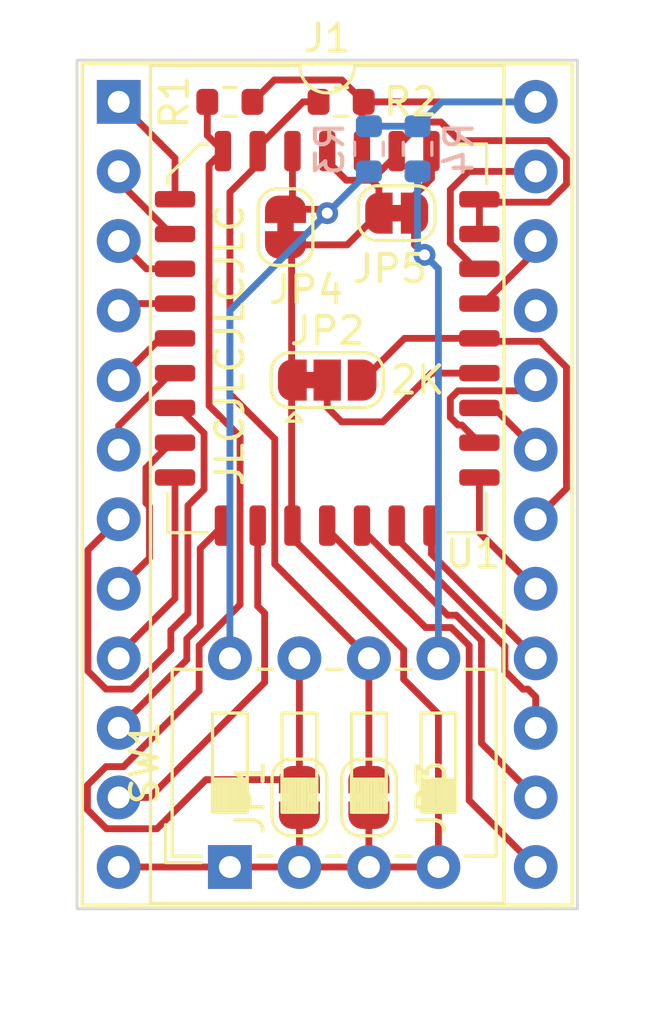
<source format=kicad_pcb>
(kicad_pcb (version 20211014) (generator pcbnew)
  (layers (0 "F.Cu" signal) (31 "B.Cu" signal) (34 "B.Paste" user) (35 "F.Paste" user) (36 "B.SilkS" user "B.Silkscreen") (37 "F.SilkS" user "F.Silkscreen") (38 "B.Mask" user) (39 "F.Mask" user) (44 "Edge.Cuts" user))
  (net 0 "")
  (net 1 "A7")
  (net 2 "A6")
  (net 3 "A5")
  (net 4 "A4")
  (net 5 "A3")
  (net 6 "A2")
  (net 7 "A1")
  (net 8 "A0")
  (net 9 "D0")
  (net 10 "D1")
  (net 11 "D2")
  (net 12 "GND")
  (net 13 "D3")
  (net 14 "D4")
  (net 15 "D5")
  (net 16 "D6")
  (net 17 "D7")
  (net 18 "OE")
  (net 20 "+5V")
  (net 21 "A11")
  (net 22 "CE")
  (net 23 "A10")
  (net 24 "A9")
  (net 25 "A8")
  (net 26 "A12")
  (net 27 "A15")
  (net 28 "A16")
  (net 29 "A17")
  (footprint "Resistor_SMD:R_0603_1608Metric" (layer "F.Cu") (at 47.752 45.212 180)
    (fp_text reference "R1" (at 2.032 0 90) (layer "F.SilkS"))
    (fp_text value "10kOhm")
    (fp_line (start -0.237258 -0.5225) (end 0.237258 -0.5225) (layer "F.SilkS") (width 0.12))
    (fp_line (start -0.237258 0.5225) (end 0.237258 0.5225) (layer "F.SilkS") (width 0.12))
    (pad "1" smd roundrect (at -0.825 0 180) (size 0.8 0.95) (layers "F.Cu" "F.Paste" "F.Mask") (net 20 "+5V"))
    (pad "2" smd roundrect (at 0.825 0 180) (size 0.8 0.95) (layers "F.Cu" "F.Paste" "F.Mask") (net 26 "A12"))
  )
  (footprint "Jumper:SolderJumper-2_P1.3mm_Bridged_RoundedPad1.0x1.5mm" (layer "F.Cu") (at 53.848 49.276)
    (fp_text reference "JP5" (at -0.254 2.032) (layer "F.SilkS"))
    (fp_text value "SolderJumper_2_Open")
    (fp_poly (pts (xy 0.25 -0.3) (xy -0.25 -0.3) (xy -0.25 0.3) (xy 0.25 0.3)) (layer "F.Cu") (width 0) (fill solid))
    (fp_line (start -0.7 -1) (end 0.7 -1) (layer "F.SilkS") (width 0.12))
    (fp_line (start 1.4 -0.3) (end 1.4 0.3) (layer "F.SilkS") (width 0.12))
    (fp_line (start 0.7 1) (end -0.7 1) (layer "F.SilkS") (width 0.12))
    (fp_line (start -1.4 0.3) (end -1.4 -0.3) (layer "F.SilkS") (width 0.12))
    (fp_arc (start 1.4 0.3) (mid 1.194975 0.794975) (end 0.7 1) (layer "F.SilkS") (width 0.12))
    (fp_arc (start -0.7 1) (mid -1.194975 0.794975) (end -1.4 0.3) (layer "F.SilkS") (width 0.12))
    (fp_arc (start 0.7 -1) (mid 1.194975 -0.794975) (end 1.4 -0.3) (layer "F.SilkS") (width 0.12))
    (fp_arc (start -1.4 -0.3) (mid -1.194975 -0.794975) (end -0.7 -1) (layer "F.SilkS") (width 0.12))
    (pad "1" smd custom (at -0.65 0) (size 1 0.5) (layers "F.Cu" "F.Mask") (net 12 "GND") (options (clearance outline) (anchor rect)) (primitives (gr_circle (center 0 0.25) (end 0.5 0.25) (width 0) (fill yes)) (gr_circle (center 0 -0.25) (end 0.5 -0.25) (width 0) (fill yes)) (gr_poly (pts (xy 0.5 0.75) (xy 0 0.75) (xy 0 -0.75) (xy 0.5 -0.75)) (width 0) (fill yes))))
    (pad "2" smd custom (at 0.65 0) (size 1 0.5) (layers "F.Cu" "F.Mask") (net 29 "A17") (options (clearance outline) (anchor rect)) (primitives (gr_circle (center 0 0.25) (end 0.5 0.25) (width 0) (fill yes)) (gr_circle (center 0 -0.25) (end 0.5 -0.25) (width 0) (fill yes)) (gr_poly (pts (xy 0 0.75) (xy -0.5 0.75) (xy -0.5 -0.75) (xy 0 -0.75)) (width 0) (fill yes))))
  )
  (footprint "Jumper:SolderJumper-2_P1.3mm_Bridged_RoundedPad1.0x1.5mm" (layer "F.Cu") (at 52.832 70.612 90)
    (fp_text reference "JP3" (at 0 2.286 90) (layer "F.SilkS"))
    (fp_text value "SolderJumper_2_Open")
    (fp_poly (pts (xy 0.25 -0.3) (xy -0.25 -0.3) (xy -0.25 0.3) (xy 0.25 0.3)) (layer "F.Cu") (width 0) (fill solid))
    (fp_line (start -1.4 0.3) (end -1.4 -0.3) (layer "F.SilkS") (width 0.12))
    (fp_line (start -0.7 -1) (end 0.7 -1) (layer "F.SilkS") (width 0.12))
    (fp_line (start 0.7 1) (end -0.7 1) (layer "F.SilkS") (width 0.12))
    (fp_line (start 1.4 -0.3) (end 1.4 0.3) (layer "F.SilkS") (width 0.12))
    (fp_arc (start 1.4 0.3) (mid 1.194975 0.794975) (end 0.7 1) (layer "F.SilkS") (width 0.12))
    (fp_arc (start -1.4 -0.3) (mid -1.194975 -0.794975) (end -0.7 -1) (layer "F.SilkS") (width 0.12))
    (fp_arc (start 0.7 -1) (mid 1.194975 -0.794975) (end 1.4 -0.3) (layer "F.SilkS") (width 0.12))
    (fp_arc (start -0.7 1) (mid -1.194975 0.794975) (end -1.4 0.3) (layer "F.SilkS") (width 0.12))
    (pad "1" smd custom (at -0.65 0 90) (size 1 0.5) (layers "F.Cu" "F.Mask") (net 12 "GND") (options (clearance outline) (anchor rect)) (primitives (gr_circle (center 0 0.25) (end 0.5 0.25) (width 0) (fill yes)) (gr_circle (center 0 -0.25) (end 0.5 -0.25) (width 0) (fill yes)) (gr_poly (pts (xy 0.5 0.75) (xy 0 0.75) (xy 0 -0.75) (xy 0.5 -0.75)) (width 0) (fill yes))))
    (pad "2" smd custom (at 0.65 0 90) (size 1 0.5) (layers "F.Cu" "F.Mask") (net 27 "A15") (options (clearance outline) (anchor rect)) (primitives (gr_circle (center 0 0.25) (end 0.5 0.25) (width 0) (fill yes)) (gr_circle (center 0 -0.25) (end 0.5 -0.25) (width 0) (fill yes)) (gr_poly (pts (xy 0 0.75) (xy -0.5 0.75) (xy -0.5 -0.75) (xy 0 -0.75)) (width 0) (fill yes))))
  )
  (footprint "Package_LCC:PLCC-32_11.4x14.0mm_P1.27mm" (layer "F.Cu") (at 51.308 53.848)
    (fp_text reference "U1" (at 5.334 7.874) (layer "F.SilkS"))
    (fp_text value "27C040")
    (fp_line (start -5.825 7.095) (end -5.825 5.64) (layer "F.SilkS") (width 0.12))
    (fp_line (start 5.825 -7.095) (end 5.825 -5.64) (layer "F.SilkS") (width 0.12))
    (fp_line (start 4.37 -7.095) (end 5.825 -7.095) (layer "F.SilkS") (width 0.12))
    (fp_line (start -4.37 -7.095) (end -4.652782 -7.095) (layer "F.SilkS") (width 0.12))
    (fp_line (start 5.825 7.095) (end 5.825 5.64) (layer "F.SilkS") (width 0.12))
    (fp_line (start -4.652782 -7.095) (end -5.825 -5.922782) (layer "F.SilkS") (width 0.12))
    (fp_line (start -5.825 -5.922782) (end -5.825 -5.64) (layer "F.SilkS") (width 0.12))
    (fp_line (start 4.37 7.095) (end 5.825 7.095) (layer "F.SilkS") (width 0.12))
    (fp_line (start -4.37 7.095) (end -5.825 7.095) (layer "F.SilkS") (width 0.12))
    (pad "1" smd roundrect (at 0 -6.8375) (size 0.6 1.475) (layers "F.Cu" "F.Paste" "F.Mask") (net 12 "GND"))
    (pad "2" smd roundrect (at -1.27 -6.8375) (size 0.6 1.475) (layers "F.Cu" "F.Paste" "F.Mask") (net 28 "A16"))
    (pad "3" smd roundrect (at -2.54 -6.8375) (size 0.6 1.475) (layers "F.Cu" "F.Paste" "F.Mask") (net 27 "A15"))
    (pad "4" smd roundrect (at -3.81 -6.8375) (size 0.6 1.475) (layers "F.Cu" "F.Paste" "F.Mask") (net 26 "A12"))
    (pad "5" smd roundrect (at -5.5625 -5.08) (size 1.475 0.6) (layers "F.Cu" "F.Paste" "F.Mask") (net 1 "A7"))
    (pad "6" smd roundrect (at -5.5625 -3.81) (size 1.475 0.6) (layers "F.Cu" "F.Paste" "F.Mask") (net 2 "A6"))
    (pad "7" smd roundrect (at -5.5625 -2.54) (size 1.475 0.6) (layers "F.Cu" "F.Paste" "F.Mask") (net 3 "A5"))
    (pad "8" smd roundrect (at -5.5625 -1.27) (size 1.475 0.6) (layers "F.Cu" "F.Paste" "F.Mask") (net 4 "A4"))
    (pad "9" smd roundrect (at -5.5625 0) (size 1.475 0.6) (layers "F.Cu" "F.Paste" "F.Mask") (net 5 "A3"))
    (pad "10" smd roundrect (at -5.5625 1.27) (size 1.475 0.6) (layers "F.Cu" "F.Paste" "F.Mask") (net 6 "A2"))
    (pad "11" smd roundrect (at -5.5625 2.54) (size 1.475 0.6) (layers "F.Cu" "F.Paste" "F.Mask") (net 7 "A1"))
    (pad "12" smd roundrect (at -5.5625 3.81) (size 1.475 0.6) (layers "F.Cu" "F.Paste" "F.Mask") (net 8 "A0"))
    (pad "13" smd roundrect (at -5.5625 5.08) (size 1.475 0.6) (layers "F.Cu" "F.Paste" "F.Mask") (net 9 "D0"))
    (pad "14" smd roundrect (at -3.81 6.8375) (size 0.6 1.475) (layers "F.Cu" "F.Paste" "F.Mask") (net 10 "D1"))
    (pad "15" smd roundrect (at -2.54 6.8375) (size 0.6 1.475) (layers "F.Cu" "F.Paste" "F.Mask") (net 11 "D2"))
    (pad "16" smd roundrect (at -1.27 6.8375) (size 0.6 1.475) (layers "F.Cu" "F.Paste" "F.Mask") (net 12 "GND"))
    (pad "17" smd roundrect (at 0 6.8375) (size 0.6 1.475) (layers "F.Cu" "F.Paste" "F.Mask") (net 13 "D3"))
    (pad "18" smd roundrect (at 1.27 6.8375) (size 0.6 1.475) (layers "F.Cu" "F.Paste" "F.Mask") (net 14 "D4"))
    (pad "19" smd roundrect (at 2.54 6.8375) (size 0.6 1.475) (layers "F.Cu" "F.Paste" "F.Mask") (net 15 "D5"))
    (pad "20" smd roundrect (at 3.81 6.8375) (size 0.6 1.475) (layers "F.Cu" "F.Paste" "F.Mask") (net 16 "D6"))
    (pad "21" smd roundrect (at 5.5625 5.08) (size 1.475 0.6) (layers "F.Cu" "F.Paste" "F.Mask") (net 17 "D7"))
    (pad "22" smd roundrect (at 5.5625 3.81) (size 1.475 0.6) (layers "F.Cu" "F.Paste" "F.Mask") (net 22 "CE"))
    (pad "23" smd roundrect (at 5.5625 2.54) (size 1.475 0.6) (layers "F.Cu" "F.Paste" "F.Mask") (net 23 "A10"))
    (pad "24" smd roundrect (at 5.5625 1.27) (size 1.475 0.6) (layers "F.Cu" "F.Paste" "F.Mask") (net 18 "OE"))
    (pad "25" smd roundrect (at 5.5625 0) (size 1.475 0.6) (layers "F.Cu" "F.Paste" "F.Mask") (net 21 "A11"))
    (pad "26" smd roundrect (at 5.5625 -1.27) (size 1.475 0.6) (layers "F.Cu" "F.Paste" "F.Mask") (net 24 "A9"))
    (pad "27" smd roundrect (at 5.5625 -2.54) (size 1.475 0.6) (layers "F.Cu" "F.Paste" "F.Mask") (net 25 "A8"))
    (pad "28" smd roundrect (at 5.5625 -3.81) (size 1.475 0.6) (layers "F.Cu" "F.Paste" "F.Mask") (net 12 "GND"))
    (pad "29" smd roundrect (at 5.5625 -5.08) (size 1.475 0.6) (layers "F.Cu" "F.Paste" "F.Mask") (net 12 "GND"))
    (pad "30" smd roundrect (at 3.81 -6.8375) (size 0.6 1.475) (layers "F.Cu" "F.Paste" "F.Mask") (net 29 "A17"))
    (pad "31" smd roundrect (at 2.54 -6.8375) (size 0.6 1.475) (layers "F.Cu" "F.Paste" "F.Mask") (net 12 "GND"))
    (pad "32" smd roundrect (at 1.27 -6.8375) (size 0.6 1.475) (layers "F.Cu" "F.Paste" "F.Mask") (net 20 "+5V"))
  )
  (footprint "Button_Switch_THT:SW_DIP_SPSTx04_Slide_6.7x11.72mm_W7.62mm_P2.54mm_LowProfile" (layer "F.Cu") (at 47.752 73.152 90)
    (fp_text reference "SW1" (at 3.81 -3.11 90) (layer "F.SilkS"))
    (fp_text value "SW_DIP_x04")
    (fp_line (start 5.62 4.445) (end 2 4.445) (layer "F.SilkS") (width 0.12))
    (fp_line (start 2 4.685) (end 3.206667 4.685) (layer "F.SilkS") (width 0.12))
    (fp_line (start 0.4 8.61) (end 0.4 9.73) (layer "F.SilkS") (width 0.12))
    (fp_line (start 5.62 0.635) (end 5.62 -0.635) (layer "F.SilkS") (width 0.12))
    (fp_line (start 2 3.105) (end 3.206667 3.105) (layer "F.SilkS") (width 0.12))
    (fp_line (start 7.221 3.53) (end 7.221 4.091) (layer "F.SilkS") (width 0.12))
    (fp_line (start 2 5.165) (end 3.206667 5.165) (layer "F.SilkS") (width 0.12))
    (fp_line (start 5.62 -0.635) (end 2 -0.635) (layer "F.SilkS") (width 0.12))
    (fp_line (start 2 5.525) (end 3.206667 5.525) (layer "F.SilkS") (width 0.12))
    (fp_line (start 2 2.265) (end 3.206667 2.265) (layer "F.SilkS") (width 0.12))
    (fp_line (start 2 1.905) (end 2 3.175) (layer "F.SilkS") (width 0.12))
    (fp_line (start 2 -0.515) (end 3.206667 -0.515) (layer "F.SilkS") (width 0.12))
    (fp_line (start 2 6.985) (end 2 8.255) (layer "F.SilkS") (width 0.12))
    (fp_line (start 7.221 6.07) (end 7.221 6.631) (layer "F.SilkS") (width 0.12))
    (fp_line (start 0.4 -2.11) (end 7.221 -2.11) (layer "F.SilkS") (width 0.12))
    (fp_line (start 3.206667 6.985) (end 3.206667 8.255) (layer "F.SilkS") (width 0.12))
    (fp_line (start 2 2.865) (end 3.206667 2.865) (layer "F.SilkS") (width 0.12))
    (fp_line (start 2 3.175) (end 5.62 3.175) (layer "F.SilkS") (width 0.12))
    (fp_line (start 2 -0.155) (end 3.206667 -0.155) (layer "F.SilkS") (width 0.12))
    (fp_line (start 3.206667 4.445) (end 3.206667 5.715) (layer "F.SilkS") (width 0.12))
    (fp_line (start 0.4 9.73) (end 7.221 9.73) (layer "F.SilkS") (width 0.12))
    (fp_line (start 3.206667 -0.635) (end 3.206667 0.635) (layer "F.SilkS") (width 0.12))
    (fp_line (start 2 2.745) (end 3.206667 2.745) (layer "F.SilkS") (width 0.12))
    (fp_line (start 2 5.405) (end 3.206667 5.405) (layer "F.SilkS") (width 0.12))
    (fp_line (start 2 5.645) (end 3.206667 5.645) (layer "F.SilkS") (width 0.12))
    (fp_line (start 2 0.635) (end 5.62 0.635) (layer "F.SilkS") (width 0.12))
    (fp_line (start 2 -0.035) (end 3.206667 -0.035) (layer "F.SilkS") (width 0.12))
    (fp_line (start 2 7.225) (end 3.206667 7.225) (layer "F.SilkS") (width 0.12))
    (fp_line (start 2 2.025) (end 3.206667 2.025) (layer "F.SilkS") (width 0.12))
    (fp_line (start 2 2.385) (end 3.206667 2.385) (layer "F.SilkS") (width 0.12))
    (fp_line (start 2 8.065) (end 3.206667 8.065) (layer "F.SilkS") (width 0.12))
    (fp_line (start 5.62 1.905) (end 2 1.905) (layer "F.SilkS") (width 0.12))
    (fp_line (start 2 4.565) (end 3.206667 4.565) (layer "F.SilkS") (width 0.12))
    (fp_line (start 3.206667 1.905) (end 3.206667 3.175) (layer "F.SilkS") (width 0.12))
    (fp_line (start 0.4 -2.11) (end 0.4 -1.04) (layer "F.SilkS") (width 0.12))
    (fp_line (start 2 -0.275) (end 3.206667 -0.275) (layer "F.SilkS") (width 0.12))
    (fp_line (start 5.62 3.175) (end 5.62 1.905) (layer "F.SilkS") (width 0.12))
    (fp_line (start 2 8.185) (end 3.206667 8.185) (layer "F.SilkS") (width 0.12))
    (fp_line (start 2 5.045) (end 3.206667 5.045) (layer "F.SilkS") (width 0.12))
    (fp_line (start 2 7.345) (end 3.206667 7.345) (layer "F.SilkS") (width 0.12))
    (fp_line (start 7.221 0.99) (end 7.221 1.551) (layer "F.SilkS") (width 0.12))
    (fp_line (start 0.4 6.07) (end 0.4 6.631) (layer "F.SilkS") (width 0.12))
    (fp_line (start 2 7.705) (end 3.206667 7.705) (layer "F.SilkS") (width 0.12))
    (fp_line (start 5.62 5.715) (end 5.62 4.445) (layer "F.SilkS") (width 0.12))
    (fp_line (start 2 5.715) (end 5.62 5.715) (layer "F.SilkS") (width 0.12))
    (fp_line (start 2 7.105) (end 3.206667 7.105) (layer "F.SilkS") (width 0.12))
    (fp_line (start 2 2.145) (end 3.206667 2.145) (layer "F.SilkS") (width 0.12))
    (fp_line (start 2 -0.635) (end 2 0.635) (layer "F.SilkS") (width 0.12))
    (fp_line (start 0.4 1.04) (end 0.4 1.551) (layer "F.SilkS") (width 0.12))
    (fp_line (start 0.16 -2.35) (end 0.16 -1.04) (layer "F.SilkS") (width 0.12))
    (fp_line (start 0.4 3.53) (end 0.4 4.091) (layer "F.SilkS") (width 0.12))
    (fp_line (start 2 5.285) (end 3.206667 5.285) (layer "F.SilkS") (width 0.12))
    (fp_line (start 2 0.565) (end 3.206667 0.565) (layer "F.SilkS") (width 0.12))
    (fp_line (start 2 7.585) (end 3.206667 7.585) (layer "F.SilkS") (width 0.12))
    (fp_line (start 2 0.325) (end 3.206667 0.325) (layer "F.SilkS") (width 0.12))
    (fp_line (start 5.62 8.255) (end 5.62 6.985) (layer "F.SilkS") (width 0.12))
    (fp_line (start 5.62 6.985) (end 2 6.985) (layer "F.SilkS") (width 0.12))
    (fp_line (start 2 2.625) (end 3.206667 2.625) (layer "F.SilkS") (width 0.12))
    (fp_line (start 7.221 8.61) (end 7.221 9.73) (layer "F.SilkS") (width 0.12))
    (fp_line (start 2 7.945) (end 3.206667 7.945) (layer "F.SilkS") (width 0.12))
    (fp_line (start 2 2.505) (end 3.206667 2.505) (layer "F.SilkS") (width 0.12))
    (fp_line (start 2 7.465) (end 3.206667 7.465) (layer "F.SilkS") (width 0.12))
    (fp_line (start 2 4.445) (end 2 5.715) (layer "F.SilkS") (width 0.12))
    (fp_line (start 7.221 -2.11) (end 7.221 -0.99) (layer "F.SilkS") (width 0.12))
    (fp_line (start 2 2.985) (end 3.206667 2.985) (layer "F.SilkS") (width 0.12))
    (fp_line (start 2 8.255) (end 5.62 8.255) (layer "F.SilkS") (width 0.12))
    (fp_line (start 2 7.825) (end 3.206667 7.825) (layer "F.SilkS") (width 0.12))
    (fp_line (start 2 0.445) (end 3.206667 0.445) (layer "F.SilkS") (width 0.12))
    (fp_line (start 2 4.805) (end 3.206667 4.805) (layer "F.SilkS") (width 0.12))
    (fp_line (start 0.16 -2.35) (end 1.543 -2.35) (layer "F.SilkS") (width 0.12))
    (fp_line (start 2 4.925) (end 3.206667 4.925) (layer "F.SilkS") (width 0.12))
    (fp_line (start 2 0.085) (end 3.206667 0.085) (layer "F.SilkS") (width 0.12))
    (fp_line (start 2 -0.395) (end 3.206667 -0.395) (layer "F.SilkS") (width 0.12))
    (fp_line (start 2 0.205) (end 3.206667 0.205) (layer "F.SilkS") (width 0.12))
    (pad "1" thru_hole rect (at 0 0 90) (size 1.6 1.6) (drill 0.8) (layers *.Cu *.Mask) (net 12 "GND"))
    (pad "2" thru_hole oval (at 0 2.54 90) (size 1.6 1.6) (drill 0.8) (layers *.Cu *.Mask) (net 12 "GND"))
    (pad "3" thru_hole oval (at 0 5.08 90) (size 1.6 1.6) (drill 0.8) (layers *.Cu *.Mask) (net 12 "GND"))
    (pad "4" thru_hole oval (at 0 7.62 90) (size 1.6 1.6) (drill 0.8) (layers *.Cu *.Mask) (net 12 "GND"))
    (pad "5" thru_hole oval (at 7.62 7.62 90) (size 1.6 1.6) (drill 0.8) (layers *.Cu *.Mask) (net 29 "A17"))
    (pad "6" thru_hole oval (at 7.62 5.08 90) (size 1.6 1.6) (drill 0.8) (layers *.Cu *.Mask) (net 27 "A15"))
    (pad "7" thru_hole oval (at 7.62 2.54 90) (size 1.6 1.6) (drill 0.8) (layers *.Cu *.Mask) (net 26 "A12"))
    (pad "8" thru_hole oval (at 7.62 0 90) (size 1.6 1.6) (drill 0.8) (layers *.Cu *.Mask) (net 28 "A16"))
  )
  (footprint "Jumper:SolderJumper-2_P1.3mm_Bridged_RoundedPad1.0x1.5mm" (layer "F.Cu") (at 50.292 70.612 90)
    (fp_text reference "JP1" (at 0 -1.8 90) (layer "F.SilkS"))
    (fp_text value "SolderJumper_2_Open")
    (fp_poly (pts (xy 0.25 -0.3) (xy -0.25 -0.3) (xy -0.25 0.3) (xy 0.25 0.3)) (layer "F.Cu") (width 0) (fill solid))
    (fp_line (start -0.7 -1) (end 0.7 -1) (layer "F.SilkS") (width 0.12))
    (fp_line (start 1.4 -0.3) (end 1.4 0.3) (layer "F.SilkS") (width 0.12))
    (fp_line (start -1.4 0.3) (end -1.4 -0.3) (layer "F.SilkS") (width 0.12))
    (fp_line (start 0.7 1) (end -0.7 1) (layer "F.SilkS") (width 0.12))
    (fp_arc (start -1.4 -0.3) (mid -1.194975 -0.794975) (end -0.7 -1) (layer "F.SilkS") (width 0.12))
    (fp_arc (start 1.4 0.3) (mid 1.194975 0.794975) (end 0.7 1) (layer "F.SilkS") (width 0.12))
    (fp_arc (start 0.7 -1) (mid 1.194975 -0.794975) (end 1.4 -0.3) (layer "F.SilkS") (width 0.12))
    (fp_arc (start -0.7 1) (mid -1.194975 0.794975) (end -1.4 0.3) (layer "F.SilkS") (width 0.12))
    (pad "1" smd custom (at -0.65 0 90) (size 1 0.5) (layers "F.Cu" "F.Mask") (net 12 "GND") (options (clearance outline) (anchor rect)) (primitives (gr_circle (center 0 0.25) (end 0.5 0.25) (width 0) (fill yes)) (gr_circle (center 0 -0.25) (end 0.5 -0.25) (width 0) (fill yes)) (gr_poly (pts (xy 0.5 0.75) (xy 0 0.75) (xy 0 -0.75) (xy 0.5 -0.75)) (width 0) (fill yes))))
    (pad "2" smd custom (at 0.65 0 90) (size 1 0.5) (layers "F.Cu" "F.Mask") (net 26 "A12") (options (clearance outline) (anchor rect)) (primitives (gr_circle (center 0 0.25) (end 0.5 0.25) (width 0) (fill yes)) (gr_circle (center 0 -0.25) (end 0.5 -0.25) (width 0) (fill yes)) (gr_poly (pts (xy 0 0.75) (xy -0.5 0.75) (xy -0.5 -0.75) (xy 0 -0.75)) (width 0) (fill yes))))
  )
  (footprint "Jumper:SolderJumper-2_P1.3mm_Bridged_RoundedPad1.0x1.5mm" (layer "F.Cu") (at 49.784 49.784 90)
    (fp_text reference "JP4" (at -2.286 0.762 180) (layer "F.SilkS"))
    (fp_text value "SolderJumper_2_Open")
    (fp_poly (pts (xy 0.25 -0.3) (xy -0.25 -0.3) (xy -0.25 0.3) (xy 0.25 0.3)) (layer "F.Cu") (width 0) (fill solid))
    (fp_line (start 0.7 1) (end -0.7 1) (layer "F.SilkS") (width 0.12))
    (fp_line (start 1.4 -0.3) (end 1.4 0.3) (layer "F.SilkS") (width 0.12))
    (fp_line (start -1.4 0.3) (end -1.4 -0.3) (layer "F.SilkS") (width 0.12))
    (fp_line (start -0.7 -1) (end 0.7 -1) (layer "F.SilkS") (width 0.12))
    (fp_arc (start 1.4 0.3) (mid 1.194975 0.794975) (end 0.7 1) (layer "F.SilkS") (width 0.12))
    (fp_arc (start -1.4 -0.3) (mid -1.194975 -0.794975) (end -0.7 -1) (layer "F.SilkS") (width 0.12))
    (fp_arc (start -0.7 1) (mid -1.194975 0.794975) (end -1.4 0.3) (layer "F.SilkS") (width 0.12))
    (fp_arc (start 0.7 -1) (mid 1.194975 -0.794975) (end 1.4 -0.3) (layer "F.SilkS") (width 0.12))
    (pad "1" smd custom (at -0.65 0 90) (size 1 0.5) (layers "F.Cu" "F.Mask") (net 12 "GND") (options (clearance outline) (anchor rect)) (primitives (gr_circle (center 0 0.25) (end 0.5 0.25) (width 0) (fill yes)) (gr_circle (center 0 -0.25) (end 0.5 -0.25) (width 0) (fill yes)) (gr_poly (pts (xy 0.5 0.75) (xy 0 0.75) (xy 0 -0.75) (xy 0.5 -0.75)) (width 0) (fill yes))))
    (pad "2" smd custom (at 0.65 0 90) (size 1 0.5) (layers "F.Cu" "F.Mask") (net 28 "A16") (options (clearance outline) (anchor rect)) (primitives (gr_circle (center 0 0.25) (end 0.5 0.25) (width 0) (fill yes)) (gr_circle (center 0 -0.25) (end 0.5 -0.25) (width 0) (fill yes)) (gr_poly (pts (xy 0 0.75) (xy -0.5 0.75) (xy -0.5 -0.75) (xy 0 -0.75)) (width 0) (fill yes))))
  )
  (footprint "Jumper:SolderJumper-3_P1.3mm_Bridged12_RoundedPad1.0x1.5mm" (layer "F.Cu") (at 51.308 55.372)
    (fp_text reference "JP2" (at 0 -1.8) (layer "F.SilkS"))
    (fp_text value "SolderJumper_3_Open")
    (fp_poly (pts (xy -0.9 -0.3) (xy -0.4 -0.3) (xy -0.4 0.3) (xy -0.9 0.3)) (layer "F.Cu") (width 0) (fill solid))
    (fp_line (start -1.2 1.2) (end -1.5 1.5) (layer "F.SilkS") (width 0.12))
    (fp_line (start 2.05 -0.3) (end 2.05 0.3) (layer "F.SilkS") (width 0.12))
    (fp_line (start -1.2 1.2) (end -0.9 1.5) (layer "F.SilkS") (width 0.12))
    (fp_line (start -2.05 0.3) (end -2.05 -0.3) (layer "F.SilkS") (width 0.12))
    (fp_line (start -1.4 -1) (end 1.4 -1) (layer "F.SilkS") (width 0.12))
    (fp_line (start 1.4 1) (end -1.4 1) (layer "F.SilkS") (width 0.12))
    (fp_line (start -1.5 1.5) (end -0.9 1.5) (layer "F.SilkS") (width 0.12))
    (fp_arc (start 1.35 -1) (mid 1.844975 -0.794975) (end 2.05 -0.3) (layer "F.SilkS") (width 0.12))
    (fp_arc (start -2.05 -0.3) (mid -1.844975 -0.794975) (end -1.35 -1) (layer "F.SilkS") (width 0.12))
    (fp_arc (start 2.05 0.3) (mid 1.844975 0.794975) (end 1.35 1) (layer "F.SilkS") (width 0.12))
    (fp_arc (start -1.35 1) (mid -1.844975 0.794975) (end -2.05 0.3) (layer "F.SilkS") (width 0.12))
    (pad "1" smd custom (at -1.3 0) (size 1 0.5) (layers "F.Cu" "F.Mask") (net 12 "GND") (options (clearance outline) (anchor rect)) (primitives (gr_circle (center 0 0.25) (end 0.5 0.25) (width 0) (fill yes)) (gr_circle (center 0 -0.25) (end 0.5 -0.25) (width 0) (fill yes)) (gr_poly (pts (xy 0.55 0.75) (xy 0 0.75) (xy 0 -0.75) (xy 0.55 -0.75)) (width 0) (fill yes))))
    (pad "2" smd rect (at 0 0) (size 1 1.5) (layers "F.Cu" "F.Mask") (net 18 "OE"))
    (pad "3" smd custom (at 1.3 0) (size 1 0.5) (layers "F.Cu" "F.Mask") (net 21 "A11") (options (clearance outline) (anchor rect)) (primitives (gr_circle (center 0 0.25) (end 0.5 0.25) (width 0) (fill yes)) (gr_circle (center 0 -0.25) (end 0.5 -0.25) (width 0) (fill yes)) (gr_poly (pts (xy 0 0.75) (xy -0.55 0.75) (xy -0.55 -0.75) (xy 0 -0.75)) (width 0) (fill yes))))
  )
  (footprint "s3lph:DIP-24_W15.24mm_Socket" (layer "F.Cu") (at 43.688 45.212)
    (fp_text reference "J1" (at 7.62 -2.33) (layer "F.SilkS"))
    (fp_text value "Conn_02x12_Counter_Clockwise")
    (fp_line (start 14.08 29.27) (end 14.08 -1.33) (layer "F.SilkS") (width 0.12))
    (fp_line (start 1.16 -1.33) (end 1.16 29.27) (layer "F.SilkS") (width 0.12))
    (fp_line (start 14.08 -1.33) (end 8.62 -1.33) (layer "F.SilkS") (width 0.12))
    (fp_line (start -1.33 -1.39) (end -1.33 29.33) (layer "F.SilkS") (width 0.12))
    (fp_line (start 1.16 29.27) (end 14.08 29.27) (layer "F.SilkS") (width 0.12))
    (fp_line (start -1.33 29.33) (end 16.57 29.33) (layer "F.SilkS") (width 0.12))
    (fp_line (start 16.57 -1.39) (end -1.33 -1.39) (layer "F.SilkS") (width 0.12))
    (fp_line (start 16.57 29.33) (end 16.57 -1.39) (layer "F.SilkS") (width 0.12))
    (fp_line (start 6.62 -1.33) (end 1.16 -1.33) (layer "F.SilkS") (width 0.12))
    (fp_arc (start 8.62 -1.33) (mid 7.62 -0.33) (end 6.62 -1.33) (layer "F.SilkS") (width 0.12))
    (pad "1" thru_hole rect (at 0 0) (size 1.6 1.6) (drill 0.8) (layers *.Cu *.Mask) (net 1 "A7"))
    (pad "2" thru_hole oval (at 0 2.54) (size 1.6 1.6) (drill 0.8) (layers *.Cu *.Mask) (net 2 "A6"))
    (pad "3" thru_hole oval (at 0 5.08) (size 1.6 1.6) (drill 0.8) (layers *.Cu *.Mask) (net 3 "A5"))
    (pad "4" thru_hole oval (at 0 7.62) (size 1.6 1.6) (drill 0.8) (layers *.Cu *.Mask) (net 4 "A4"))
    (pad "5" thru_hole oval (at 0 10.16) (size 1.6 1.6) (drill 0.8) (layers *.Cu *.Mask) (net 5 "A3"))
    (pad "6" thru_hole oval (at 0 12.7) (size 1.6 1.6) (drill 0.8) (layers *.Cu *.Mask) (net 6 "A2"))
    (pad "7" thru_hole oval (at 0 15.24) (size 1.6 1.6) (drill 0.8) (layers *.Cu *.Mask) (net 7 "A1"))
    (pad "8" thru_hole oval (at 0 17.78) (size 1.6 1.6) (drill 0.8) (layers *.Cu *.Mask) (net 8 "A0"))
    (pad "9" thru_hole oval (at 0 20.32) (size 1.6 1.6) (drill 0.8) (layers *.Cu *.Mask) (net 9 "D0"))
    (pad "10" thru_hole oval (at 0 22.86) (size 1.6 1.6) (drill 0.8) (layers *.Cu *.Mask) (net 10 "D1"))
    (pad "11" thru_hole oval (at 0 25.4) (size 1.6 1.6) (drill 0.8) (layers *.Cu *.Mask) (net 11 "D2"))
    (pad "12" thru_hole oval (at 0 27.94) (size 1.6 1.6) (drill 0.8) (layers *.Cu *.Mask) (net 12 "GND"))
    (pad "13" thru_hole oval (at 15.24 27.94) (size 1.6 1.6) (drill 0.8) (layers *.Cu *.Mask) (net 13 "D3"))
    (pad "14" thru_hole oval (at 15.24 25.4) (size 1.6 1.6) (drill 0.8) (layers *.Cu *.Mask) (net 14 "D4"))
    (pad "15" thru_hole oval (at 15.24 22.86) (size 1.6 1.6) (drill 0.8) (layers *.Cu *.Mask) (net 15 "D5"))
    (pad "16" thru_hole oval (at 15.24 20.32) (size 1.6 1.6) (drill 0.8) (layers *.Cu *.Mask) (net 16 "D6"))
    (pad "17" thru_hole oval (at 15.24 17.78) (size 1.6 1.6) (drill 0.8) (layers *.Cu *.Mask) (net 17 "D7"))
    (pad "18" thru_hole oval (at 15.24 15.24) (size 1.6 1.6) (drill 0.8) (layers *.Cu *.Mask) (net 21 "A11"))
    (pad "19" thru_hole oval (at 15.24 12.7) (size 1.6 1.6) (drill 0.8) (layers *.Cu *.Mask) (net 23 "A10"))
    (pad "20" thru_hole oval (at 15.24 10.16) (size 1.6 1.6) (drill 0.8) (layers *.Cu *.Mask) (net 22 "CE"))
    (pad "21" thru_hole oval (at 15.24 7.62) (size 1.6 1.6) (drill 0.8) (layers *.Cu *.Mask))
    (pad "22" thru_hole oval (at 15.24 5.08) (size 1.6 1.6) (drill 0.8) (layers *.Cu *.Mask) (net 24 "A9"))
    (pad "23" thru_hole oval (at 15.24 2.54) (size 1.6 1.6) (drill 0.8) (layers *.Cu *.Mask) (net 25 "A8"))
    (pad "24" thru_hole oval (at 15.24 0) (size 1.6 1.6) (drill 0.8) (layers *.Cu *.Mask) (net 20 "+5V"))
  )
  (footprint "Resistor_SMD:R_0603_1608Metric" (layer "F.Cu") (at 51.816 45.212 180)
    (fp_text reference "R2" (at -2.54 0 180) (layer "F.SilkS"))
    (fp_text value "10kOhm")
    (fp_line (start -0.237258 0.5225) (end 0.237258 0.5225) (layer "F.SilkS") (width 0.12))
    (fp_line (start -0.237258 -0.5225) (end 0.237258 -0.5225) (layer "F.SilkS") (width 0.12))
    (pad "1" smd roundrect (at -0.825 0 180) (size 0.8 0.95) (layers "F.Cu" "F.Paste" "F.Mask") (net 20 "+5V"))
    (pad "2" smd roundrect (at 0.825 0 180) (size 0.8 0.95) (layers "F.Cu" "F.Paste" "F.Mask") (net 27 "A15"))
  )
  (footprint "Resistor_SMD:R_0603_1608Metric" (layer "B.Cu") (at 52.832 46.927 -90)
    (fp_text reference "R3" (at 0 1.43 90) (layer "B.SilkS") (effects (justify mirror)))
    (fp_text value "10kOhm")
    (fp_line (start -0.237258 -0.5225) (end 0.237258 -0.5225) (layer "B.SilkS") (width 0.12))
    (fp_line (start -0.237258 0.5225) (end 0.237258 0.5225) (layer "B.SilkS") (width 0.12))
    (pad "1" smd roundrect (at -0.825 0 270) (size 0.8 0.95) (layers "B.Cu" "B.Paste" "B.Mask") (net 20 "+5V"))
    (pad "2" smd roundrect (at 0.825 0 270) (size 0.8 0.95) (layers "B.Cu" "B.Paste" "B.Mask") (net 28 "A16"))
  )
  (footprint "Resistor_SMD:R_0603_1608Metric" (layer "B.Cu") (at 54.61 46.927 -90)
    (fp_text reference "R4" (at 0 -1.524 90) (layer "B.SilkS") (effects (justify mirror)))
    (fp_text value "10kOhm")
    (fp_line (start -0.237258 -0.5225) (end 0.237258 -0.5225) (layer "B.SilkS") (width 0.12))
    (fp_line (start -0.237258 0.5225) (end 0.237258 0.5225) (layer "B.SilkS") (width 0.12))
    (pad "1" smd roundrect (at -0.825 0 270) (size 0.8 0.95) (layers "B.Cu" "B.Paste" "B.Mask") (net 20 "+5V"))
    (pad "2" smd roundrect (at 0.825 0 270) (size 0.8 0.95) (layers "B.Cu" "B.Paste" "B.Mask") (net 29 "A17"))
  )
  (gr_rect (start 60.452 43.688) (end 42.164 74.676) (layer "Edge.Cuts") (width 0.1) (fill none))
  (gr_text "JLCJLCJLCJLC" (at 47.752 54.102 90) (layer "F.SilkS") (effects (font (size 1 1))))
  (gr_text "2K" (at 54.61 55.372) (layer "F.SilkS") (effects (font (size 1 1))))
  (segment (start 45.7455 48.768) (end 45.7455 47.2695) (width 0.25) (layer "F.Cu") (net 1))
  (segment (start 45.7455 47.2695) (end 43.688 45.212) (width 0.25) (layer "F.Cu") (net 1))
  (segment (start 45.606928 50.038) (end 43.688 48.119072) (width 0.25) (layer "F.Cu") (net 2))
  (segment (start 43.688 48.119072) (end 43.688 47.752) (width 0.25) (layer "F.Cu") (net 2))
  (segment (start 45.7455 50.038) (end 45.606928 50.038) (width 0.25) (layer "F.Cu") (net 2))
  (segment (start 45.7455 51.308) (end 44.704 51.308) (width 0.25) (layer "F.Cu") (net 3))
  (segment (start 44.704 51.308) (end 43.688 50.292) (width 0.25) (layer "F.Cu") (net 3))
  (segment (start 45.7455 52.578) (end 43.942 52.578) (width 0.25) (layer "F.Cu") (net 4))
  (segment (start 43.942 52.578) (end 43.688 52.832) (width 0.25) (layer "F.Cu") (net 4))
  (segment (start 45.7455 53.848) (end 45.212 53.848) (width 0.25) (layer "F.Cu") (net 5))
  (segment (start 45.212 53.848) (end 43.688 55.372) (width 0.25) (layer "F.Cu") (net 5))
  (segment (start 43.688 57.036928) (end 43.688 57.912) (width 0.25) (layer "F.Cu") (net 6))
  (segment (start 45.606928 55.118) (end 43.688 57.036928) (width 0.25) (layer "F.Cu") (net 6))
  (segment (start 45.7455 55.118) (end 45.606928 55.118) (width 0.25) (layer "F.Cu") (net 6))
  (segment (start 45.884072 56.388) (end 46.80752 57.311448) (width 0.25) (layer "F.Cu") (net 7))
  (segment (start 45.7455 56.388) (end 45.884072 56.388) (width 0.25) (layer "F.Cu") (net 7))
  (segment (start 46.80752 57.311448) (end 46.80752 59.36448) (width 0.25) (layer "F.Cu") (net 7))
  (segment (start 43.688 60.452) (end 42.563489 61.576511) (width 0.25) (layer "F.Cu") (net 7))
  (segment (start 46.80752 59.36448) (end 46.217979 59.954021) (width 0.25) (layer "F.Cu") (net 7))
  (segment (start 46.217979 63.890389) (end 45.602244 64.506124) (width 0.25) (layer "F.Cu") (net 7))
  (segment (start 44.153789 66.656511) (end 45.593 65.2173) (width 0.25) (layer "F.Cu") (net 7))
  (segment (start 45.593 65.2173) (end 45.593 64.506124) (width 0.25) (layer "F.Cu") (net 7))
  (segment (start 42.563489 65.997789) (end 43.222211 66.656511) (width 0.25) (layer "F.Cu") (net 7))
  (segment (start 43.222211 66.656511) (end 44.153789 66.656511) (width 0.25) (layer "F.Cu") (net 7))
  (segment (start 46.217979 59.954021) (end 46.217979 63.890389) (width 0.25) (layer "F.Cu") (net 7))
  (segment (start 42.563489 61.576511) (end 42.563489 65.997789) (width 0.25) (layer "F.Cu") (net 7))
  (segment (start 44.812511 59.986211) (end 44.812511 61.867489) (width 0.25) (layer "F.Cu") (net 8))
  (segment (start 45.606928 57.658) (end 44.68348 58.581448) (width 0.25) (layer "F.Cu") (net 8))
  (segment (start 44.68348 58.581448) (end 44.68348 59.85718) (width 0.25) (layer "F.Cu") (net 8))
  (segment (start 44.68348 59.85718) (end 44.812511 59.986211) (width 0.25) (layer "F.Cu") (net 8))
  (segment (start 44.812511 61.867489) (end 43.688 62.992) (width 0.25) (layer "F.Cu") (net 8))
  (segment (start 45.7455 57.658) (end 45.606928 57.658) (width 0.25) (layer "F.Cu") (net 8))
  (segment (start 45.7455 58.928) (end 45.7455 63.346796) (width 0.25) (layer "F.Cu") (net 9))
  (segment (start 43.688 65.404296) (end 43.688 65.532) (width 0.25) (layer "F.Cu") (net 9))
  (segment (start 45.7455 63.346796) (end 43.688 65.404296) (width 0.25) (layer "F.Cu") (net 9))
  (segment (start 47.498 60.6855) (end 46.66749 61.51601) (width 0.25) (layer "F.Cu") (net 10))
  (segment (start 46.177979 64.819317) (end 46.66749 64.329806) (width 0.25) (layer "F.Cu") (net 10))
  (segment (start 46.177979 65.582021) (end 46.177979 64.819317) (width 0.25) (layer "F.Cu") (net 10))
  (segment (start 46.66749 61.51601) (end 46.66749 64.329806) (width 0.25) (layer "F.Cu") (net 10))
  (segment (start 46.177979 65.582021) (end 43.688 68.072) (width 0.25) (layer "F.Cu") (net 10))
  (segment (start 43.688 70.612) (end 44.81937 70.612) (width 0.25) (layer "F.Cu") (net 11))
  (segment (start 49.022 63.881) (end 48.768 63.627) (width 0.25) (layer "F.Cu") (net 11))
  (segment (start 49.022 66.40937) (end 49.022 63.881) (width 0.25) (layer "F.Cu") (net 11))
  (segment (start 48.768 60.6855) (end 48.768 63.627) (width 0.25) (layer "F.Cu") (net 11))
  (segment (start 44.81937 70.612) (end 49.022 66.40937) (width 0.25) (layer "F.Cu") (net 11))
  (segment (start 51.308 47.0105) (end 51.308 47.37704) (width 0.25) (layer "F.Cu") (net 12))
  (segment (start 52.924552 48.07252) (end 52.00348 48.07252) (width 0.25) (layer "F.Cu") (net 12))
  (segment (start 50.008 55.372) (end 50.008 50.658) (width 0.25) (layer "F.Cu") (net 12))
  (segment (start 43.688 73.152) (end 47.752 73.152) (width 0.25) (layer "F.Cu") (net 12))
  (segment (start 47.752 73.152) (end 50.292 73.152) (width 0.25) (layer "F.Cu") (net 12))
  (segment (start 54.102 66.294) (end 54.102 65.278) (width 0.25) (layer "F.Cu") (net 12))
  (segment (start 50.008 55.372) (end 50.008 60.6555) (width 0.25) (layer "F.Cu") (net 12))
  (segment (start 56.979011 48.876511) (end 56.8705 48.768) (width 0.25) (layer "F.Cu") (net 12))
  (segment (start 60.052511 48.217789) (end 59.393789 48.876511) (width 0.25) (layer "F.Cu") (net 12))
  (segment (start 53.848 47.0105) (end 53.848 46.871928) (width 0.25) (layer "F.Cu") (net 12))
  (segment (start 55.372 73.152) (end 52.832 73.152) (width 0.25) (layer "F.Cu") (net 12))
  (segment (start 60.052511 47.286211) (end 60.052511 48.217789) (width 0.25) (layer "F.Cu") (net 12))
  (segment (start 59.393789 46.627489) (end 60.052511 47.286211) (width 0.25) (layer "F.Cu") (net 12))
  (segment (start 56.143561 46.627489) (end 59.393789 46.627489) (width 0.25) (layer "F.Cu") (net 12))
  (segment (start 50.292 73.152) (end 50.292 71.262) (width 0.25) (layer "F.Cu") (net 12))
  (segment (start 54.102 65.2117) (end 50.038 61.1477) (width 0.25) (layer "F.Cu") (net 12))
  (segment (start 55.372 73.152) (end 55.372 67.564) (width 0.25) (layer "F.Cu") (net 12))
  (segment (start 56.8705 50.038) (end 56.8705 48.768) (width 0.25) (layer "F.Cu") (net 12))
  (segment (start 50.008 60.6555) (end 50.038 60.6855) (width 0.25) (layer "F.Cu") (net 12))
  (segment (start 53.198 48.345968) (end 52.924552 48.07252) (width 0.25) (layer "F.Cu") (net 12))
  (segment (start 59.393789 48.876511) (end 56.979011 48.876511) (width 0.25) (layer "F.Cu") (net 12))
  (segment (start 53.848 47.0105) (end 53.848 47.149072) (width 0.25) (layer "F.Cu") (net 12))
  (segment (start 55.464552 45.94848) (end 56.143561 46.627489) (width 0.25) (layer "F.Cu") (net 12))
  (segment (start 55.372 67.564) (end 54.102 66.294) (width 0.25) (layer "F.Cu") (net 12))
  (segment (start 50.008 50.658) (end 49.784 50.434) (width 0.25) (layer "F.Cu") (net 12))
  (segment (start 52.832 73.152) (end 50.292 73.152) (width 0.25) (layer "F.Cu") (net 12))
  (segment (start 49.784 50.434) (end 52.04 50.434) (width 0.25) (layer "F.Cu") (net 12))
  (segment (start 54.102 65.278) (end 54.102 65.2117) (width 0.25) (layer "F.Cu") (net 12))
  (segment (start 52.04 50.434) (end 53.198 49.276) (width 0.25) (layer "F.Cu") (net 12))
  (segment (start 51.308 47.37704) (end 52.00348 48.07252) (width 0.25) (layer "F.Cu") (net 12))
  (segment (start 53.198 49.276) (end 53.198 48.345968) (width 0.25) (layer "F.Cu") (net 12))
  (segment (start 54.771448 45.94848) (end 55.464552 45.94848) (width 0.25) (layer "F.Cu") (net 12))
  (segment (start 53.848 46.871928) (end 54.771448 45.94848) (width 0.25) (layer "F.Cu") (net 12))
  (segment (start 50.038 61.1477) (end 50.038 60.6855) (width 0.25) (layer "F.Cu") (net 12))
  (segment (start 53.848 47.149072) (end 52.924552 48.07252) (width 0.25) (layer "F.Cu") (net 12))
  (segment (start 52.832 73.152) (end 52.832 71.262) (width 0.25) (layer "F.Cu") (net 12))
  (segment (start 55.837789 64.407489) (end 54.906211 64.407489) (width 0.25) (layer "F.Cu") (net 13))
  (segment (start 54.247489 63.763561) (end 51.308 60.824072) (width 0.25) (layer "F.Cu") (net 13))
  (segment (start 51.308 60.824072) (end 51.308 60.6855) (width 0.25) (layer "F.Cu") (net 13))
  (segment (start 56.496511 70.720511) (end 56.496511 65.066211) (width 0.25) (layer "F.Cu") (net 13))
  (segment (start 54.262283 63.763561) (end 54.247489 63.763561) (width 0.25) (layer "F.Cu") (net 13))
  (segment (start 56.496511 65.066211) (end 55.837789 64.407489) (width 0.25) (layer "F.Cu") (net 13))
  (segment (start 54.906211 64.407489) (end 54.262283 63.763561) (width 0.25) (layer "F.Cu") (net 13))
  (segment (start 58.928 73.152) (end 56.496511 70.720511) (width 0.25) (layer "F.Cu") (net 13))
  (segment (start 58.928 70.612) (end 56.946022 68.630022) (width 0.25) (layer "F.Cu") (net 14))
  (segment (start 56.946021 64.880017) (end 56.023982 63.957978) (width 0.25) (layer "F.Cu") (net 14))
  (segment (start 56.023982 63.957978) (end 55.711906 63.957978) (width 0.25) (layer "F.Cu") (net 14))
  (segment (start 56.946022 68.630022) (end 56.946021 64.880017) (width 0.25) (layer "F.Cu") (net 14))
  (segment (start 52.578 60.824072) (end 52.578 60.6855) (width 0.25) (layer "F.Cu") (net 14))
  (segment (start 55.711906 63.957978) (end 52.578 60.824072) (width 0.25) (layer "F.Cu") (net 14))
  (segment (start 58.643881 66.656511) (end 58.462211 66.656511) (width 0.25) (layer "F.Cu") (net 15))
  (segment (start 53.848 61.146294) (end 53.848 60.6855) (width 0.25) (layer "F.Cu") (net 15))
  (segment (start 58.462211 66.656511) (end 57.803489 65.997789) (width 0.25) (layer "F.Cu") (net 15))
  (segment (start 57.803489 65.101783) (end 53.848 61.146294) (width 0.25) (layer "F.Cu") (net 15))
  (segment (start 57.803489 65.997789) (end 57.803489 65.101783) (width 0.25) (layer "F.Cu") (net 15))
  (segment (start 58.928 66.94063) (end 58.643881 66.656511) (width 0.25) (layer "F.Cu") (net 15))
  (segment (start 58.928 68.072) (end 58.928 66.94063) (width 0.25) (layer "F.Cu") (net 15))
  (segment (start 55.118 61.722) (end 55.118 60.6855) (width 0.25) (layer "F.Cu") (net 16))
  (segment (start 58.928 65.532) (end 55.118 61.722) (width 0.25) (layer "F.Cu") (net 16))
  (segment (start 56.8705 60.9345) (end 56.8705 58.928) (width 0.25) (layer "F.Cu") (net 17))
  (segment (start 58.928 62.992) (end 56.8705 60.9345) (width 0.25) (layer "F.Cu") (net 17))
  (segment (start 55.118 55.118) (end 56.8705 55.118) (width 0.25) (layer "F.Cu") (net 18))
  (segment (start 53.34 56.896) (end 55.118 55.118) (width 0.25) (layer "F.Cu") (net 18))
  (segment (start 51.832 56.896) (end 53.34 56.896) (width 0.25) (layer "F.Cu") (net 18))
  (segment (start 51.308 55.372) (end 51.308 56.372) (width 0.25) (layer "F.Cu") (net 18))
  (segment (start 51.308 56.372) (end 51.832 56.896) (width 0.25) (layer "F.Cu") (net 18))
  (segment (start 52.578 47.0105) (end 52.578 45.275) (width 0.25) (layer "F.Cu") (net 20))
  (segment (start 52.641 45.212) (end 51.84148 44.41248) (width 0.25) (layer "F.Cu") (net 20))
  (segment (start 58.928 45.212) (end 52.641 45.212) (width 0.25) (layer "F.Cu") (net 20))
  (segment (start 52.578 45.275) (end 52.641 45.212) (width 0.25) (layer "F.Cu") (net 20))
  (segment (start 49.37652 44.41248) (end 48.577 45.212) (width 0.25) (layer "F.Cu") (net 20))
  (segment (start 51.84148 44.41248) (end 49.37652 44.41248) (width 0.25) (layer "F.Cu") (net 20))
  (segment (start 55.5 45.212) (end 54.61 46.102) (width 0.25) (layer "B.Cu") (net 20))
  (segment (start 58.928 45.212) (end 55.5 45.212) (width 0.25) (layer "B.Cu") (net 20))
  (segment (start 54.61 46.102) (end 52.832 46.102) (width 0.25) (layer "B.Cu") (net 20))
  (segment (start 59.102811 53.956511) (end 56.979011 53.956511) (width 0.25) (layer "F.Cu") (net 21))
  (segment (start 56.979011 53.956511) (end 56.8705 53.848) (width 0.25) (layer "F.Cu") (net 21))
  (segment (start 60.052511 54.906211) (end 59.102811 53.956511) (width 0.25) (layer "F.Cu") (net 21))
  (segment (start 56.767 53.7445) (end 56.8705 53.848) (width 0.25) (layer "F.Cu") (net 21))
  (segment (start 60.052511 59.327489) (end 60.052511 54.906211) (width 0.25) (layer "F.Cu") (net 21))
  (segment (start 56.8705 53.848) (end 54.132 53.848) (width 0.25) (layer "F.Cu") (net 21))
  (segment (start 58.928 60.452) (end 60.052511 59.327489) (width 0.25) (layer "F.Cu") (net 21))
  (segment (start 54.132 53.848) (end 52.608 55.372) (width 0.25) (layer "F.Cu") (net 21))
  (segment (start 56.22502 57.01252) (end 56.8705 57.658) (width 0.25) (layer "F.Cu") (net 22))
  (segment (start 56.086448 55.76348) (end 55.80848 56.041448) (width 0.25) (layer "F.Cu") (net 22))
  (segment (start 55.80848 56.041448) (end 55.80848 56.734552) (width 0.25) (layer "F.Cu") (net 22))
  (segment (start 58.928 55.372) (end 58.53652 55.76348) (width 0.25) (layer "F.Cu") (net 22))
  (segment (start 55.80848 56.734552) (end 56.086448 57.01252) (width 0.25) (layer "F.Cu") (net 22))
  (segment (start 58.928 55.739072) (end 58.928 55.372) (width 0.25) (layer "F.Cu") (net 22))
  (segment (start 58.53652 55.76348) (end 56.086448 55.76348) (width 0.25) (layer "F.Cu") (net 22))
  (segment (start 56.086448 57.01252) (end 56.22502 57.01252) (width 0.25) (layer "F.Cu") (net 22))
  (segment (start 58.928 55.372) (end 58.674 55.118) (width 0.25) (layer "F.Cu") (net 22))
  (segment (start 56.8705 56.388) (end 57.404 56.388) (width 0.25) (layer "F.Cu") (net 23))
  (segment (start 57.404 56.388) (end 58.928 57.912) (width 0.25) (layer "F.Cu") (net 23))
  (segment (start 56.8705 52.578) (end 57.009072 52.578) (width 0.25) (layer "F.Cu") (net 24))
  (segment (start 57.009072 52.578) (end 58.928 50.659072) (width 0.25) (layer "F.Cu") (net 24))
  (segment (start 58.928 50.659072) (end 58.928 50.292) (width 0.25) (layer "F.Cu") (net 24))
  (segment (start 55.80848 50.384552) (end 55.80848 48.421448) (width 0.25) (layer "F.Cu") (net 25))
  (segment (start 56.477928 47.752) (end 58.928 47.752) (width 0.25) (layer "F.Cu") (net 25))
  (segment (start 55.80848 48.421448) (end 56.477928 47.752) (width 0.25) (layer "F.Cu") (net 25))
  (segment (start 56.731928 51.308) (end 55.80848 50.384552) (width 0.25) (layer "F.Cu") (net 25))
  (segment (start 56.8705 51.308) (end 56.731928 51.308) (width 0.25) (layer "F.Cu") (net 25))
  (segment (start 46.99 47.5185) (end 46.99 56.304246) (width 0.25) (layer "F.Cu") (net 26))
  (segment (start 47.498 47.0105) (end 46.99 47.5185) (width 0.25) (layer "F.Cu") (net 26))
  (segment (start 48.12252 57.436766) (end 48.12252 63.57118) (width 0.25) (layer "F.Cu") (net 26))
  (segment (start 45.085 71.755) (end 46.878 69.962) (width 0.25) (layer "F.Cu") (net 26))
  (segment (start 46.927 46.4395) (end 47.498 47.0105) (width 0.25) (layer "F.Cu") (net 26))
  (segment (start 43.222211 69.487489) (end 42.545 70.1647) (width 0.25) (layer "F.Cu") (net 26))
  (segment (start 46.878 69.962) (end 50.292 69.962) (width 0.25) (layer "F.Cu") (net 26))
  (segment (start 46.627489 65.066211) (end 46.627489 66.722811) (width 0.25) (layer "F.Cu") (net 26))
  (segment (start 42.545 71.0593) (end 43.2407 71.755) (width 0.25) (layer "F.Cu") (net 26))
  (segment (start 48.12252 63.57118) (end 46.627489 65.066211) (width 0.25) (layer "F.Cu") (net 26))
  (segment (start 43.2407 71.755) (end 45.085 71.755) (width 0.25) (layer "F.Cu") (net 26))
  (segment (start 46.99 56.304246) (end 48.12252 57.436766) (width 0.25) (layer "F.Cu") (net 26))
  (segment (start 43.862811 69.487489) (end 43.222211 69.487489) (width 0.25) (layer "F.Cu") (net 26))
  (segment (start 50.292 69.962) (end 50.292 65.532) (width 0.25) (layer "F.Cu") (net 26))
  (segment (start 46.927 45.212) (end 46.927 46.4395) (width 0.25) (layer "F.Cu") (net 26))
  (segment (start 42.545 70.1647) (end 42.545 71.0593) (width 0.25) (layer "F.Cu") (net 26))
  (segment (start 46.627489 66.722811) (end 43.862811 69.487489) (width 0.25) (layer "F.Cu") (net 26))
  (segment (start 48.768 46.871928) (end 50.427928 45.212) (width 0.25) (layer "F.Cu") (net 27))
  (segment (start 49.39252 62.09252) (end 52.832 65.532) (width 0.25) (layer "F.Cu") (net 27))
  (segment (start 49.39252 57.52052) (end 49.39252 62.09252) (width 0.25) (layer "F.Cu") (net 27))
  (segment (start 47.752 48.514) (end 47.752 55.88) (width 0.25) (layer "F.Cu") (net 27))
  (segment (start 50.427928 45.212) (end 50.991 45.212) (width 0.25) (layer "F.Cu") (net 27))
  (segment (start 48.768 47.0105) (end 48.768 47.498) (width 0.25) (layer "F.Cu") (net 27))
  (segment (start 48.768 47.0105) (end 48.768 46.871928) (width 0.25) (layer "F.Cu") (net 27))
  (segment (start 47.752 55.88) (end 49.39252 57.52052) (width 0.25) (layer "F.Cu") (net 27))
  (segment (start 48.768 47.498) (end 47.752 48.514) (width 0.25) (layer "F.Cu") (net 27))
  (segment (start 52.832 69.962) (end 52.832 65.532) (width 0.25) (layer "F.Cu") (net 27))
  (segment (start 50.038 47.0105) (end 50.038 48.88) (width 0.25) (layer "F.Cu") (net 28))
  (segment (start 50.038 48.88) (end 49.784 49.134) (width 0.25) (layer "F.Cu") (net 28))
  (segment (start 51.166 49.134) (end 51.308 49.276) (width 0.25) (layer "F.Cu") (net 28))
  (segment (start 49.784 49.134) (end 51.166 49.134) (width 0.25) (layer "F.Cu") (net 28))
  (via (at 51.308 49.276) (size 0.8) (drill 0.4) (layers "F.Cu" "B.Cu") (net 28))
  (segment (start 52.832 47.752) (end 51.308 49.276) (width 0.25) (layer "B.Cu") (net 28))
  (segment (start 47.752 65.532) (end 47.752 52.832) (width 0.25) (layer "B.Cu") (net 28))
  (segment (start 47.752 52.832) (end 51.308 49.276) (width 0.25) (layer "B.Cu") (net 28))
  (segment (start 55.118 48.006) (end 55.118 47.0105) (width 0.25) (layer "F.Cu") (net 29))
  (segment (start 54.498 50.434) (end 54.864 50.8) (width 0.25) (layer "F.Cu") (net 29))
  (segment (start 54.498 49.276) (end 54.498 50.434) (width 0.25) (layer "F.Cu") (net 29))
  (segment (start 54.498 49.276) (end 54.498 48.626) (width 0.25) (layer "F.Cu") (net 29))
  (segment (start 54.498 48.626) (end 55.118 48.006) (width 0.25) (layer "F.Cu") (net 29))
  (via (at 54.864 50.8) (size 0.8) (drill 0.4) (layers "F.Cu" "B.Cu") (net 29))
  (segment (start 55.372 65.532) (end 55.372 51.308) (width 0.25) (layer "B.Cu") (net 29))
  (segment (start 55.372 51.308) (end 54.864 50.8) (width 0.25) (layer "B.Cu") (net 29))
  (segment (start 54.61 50.546) (end 54.864 50.8) (width 0.25) (layer "B.Cu") (net 29))
  (segment (start 54.61 47.752) (end 54.61 50.546) (width 0.25) (layer "B.Cu") (net 29))
)
</source>
